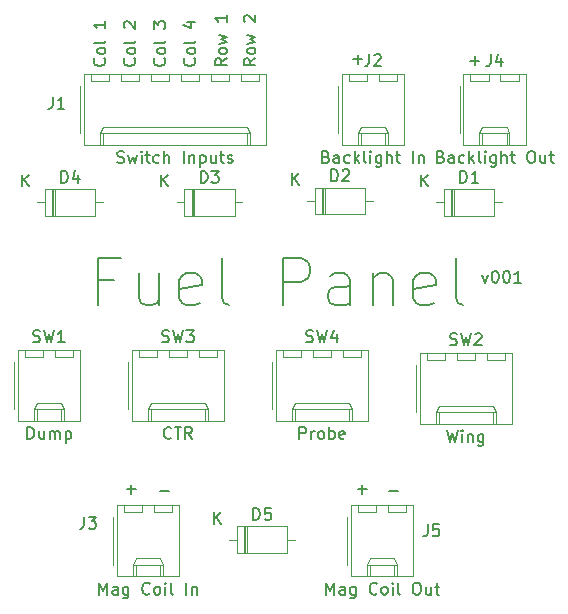
<source format=gbr>
G04 #@! TF.GenerationSoftware,KiCad,Pcbnew,(5.1.5-0-10_14)*
G04 #@! TF.CreationDate,2021-03-15T05:56:14+10:00*
G04 #@! TF.ProjectId,OH - Left Console 5 - Fuel Panel,4f48202d-204c-4656-9674-20436f6e736f,rev?*
G04 #@! TF.SameCoordinates,Original*
G04 #@! TF.FileFunction,Legend,Top*
G04 #@! TF.FilePolarity,Positive*
%FSLAX46Y46*%
G04 Gerber Fmt 4.6, Leading zero omitted, Abs format (unit mm)*
G04 Created by KiCad (PCBNEW (5.1.5-0-10_14)) date 2021-03-15 05:56:14*
%MOMM*%
%LPD*%
G04 APERTURE LIST*
%ADD10C,0.150000*%
%ADD11C,0.120000*%
G04 APERTURE END LIST*
D10*
X130937047Y-92273428D02*
X131698952Y-92273428D01*
X111506047Y-92273428D02*
X112267952Y-92273428D01*
X119578380Y-55625809D02*
X119102190Y-55959142D01*
X119578380Y-56197238D02*
X118578380Y-56197238D01*
X118578380Y-55816285D01*
X118626000Y-55721047D01*
X118673619Y-55673428D01*
X118768857Y-55625809D01*
X118911714Y-55625809D01*
X119006952Y-55673428D01*
X119054571Y-55721047D01*
X119102190Y-55816285D01*
X119102190Y-56197238D01*
X119578380Y-55054380D02*
X119530761Y-55149619D01*
X119483142Y-55197238D01*
X119387904Y-55244857D01*
X119102190Y-55244857D01*
X119006952Y-55197238D01*
X118959333Y-55149619D01*
X118911714Y-55054380D01*
X118911714Y-54911523D01*
X118959333Y-54816285D01*
X119006952Y-54768666D01*
X119102190Y-54721047D01*
X119387904Y-54721047D01*
X119483142Y-54768666D01*
X119530761Y-54816285D01*
X119578380Y-54911523D01*
X119578380Y-55054380D01*
X118911714Y-54387714D02*
X119578380Y-54197238D01*
X119102190Y-54006761D01*
X119578380Y-53816285D01*
X118911714Y-53625809D01*
X118673619Y-52530571D02*
X118626000Y-52482952D01*
X118578380Y-52387714D01*
X118578380Y-52149619D01*
X118626000Y-52054380D01*
X118673619Y-52006761D01*
X118768857Y-51959142D01*
X118864095Y-51959142D01*
X119006952Y-52006761D01*
X119578380Y-52578190D01*
X119578380Y-51959142D01*
X117165380Y-55625809D02*
X116689190Y-55959142D01*
X117165380Y-56197238D02*
X116165380Y-56197238D01*
X116165380Y-55816285D01*
X116213000Y-55721047D01*
X116260619Y-55673428D01*
X116355857Y-55625809D01*
X116498714Y-55625809D01*
X116593952Y-55673428D01*
X116641571Y-55721047D01*
X116689190Y-55816285D01*
X116689190Y-56197238D01*
X117165380Y-55054380D02*
X117117761Y-55149619D01*
X117070142Y-55197238D01*
X116974904Y-55244857D01*
X116689190Y-55244857D01*
X116593952Y-55197238D01*
X116546333Y-55149619D01*
X116498714Y-55054380D01*
X116498714Y-54911523D01*
X116546333Y-54816285D01*
X116593952Y-54768666D01*
X116689190Y-54721047D01*
X116974904Y-54721047D01*
X117070142Y-54768666D01*
X117117761Y-54816285D01*
X117165380Y-54911523D01*
X117165380Y-55054380D01*
X116498714Y-54387714D02*
X117165380Y-54197238D01*
X116689190Y-54006761D01*
X117165380Y-53816285D01*
X116498714Y-53625809D01*
X117165380Y-51959142D02*
X117165380Y-52530571D01*
X117165380Y-52244857D02*
X116165380Y-52244857D01*
X116308238Y-52340095D01*
X116403476Y-52435333D01*
X116451095Y-52530571D01*
X114403142Y-55625809D02*
X114450761Y-55673428D01*
X114498380Y-55816285D01*
X114498380Y-55911524D01*
X114450761Y-56054381D01*
X114355523Y-56149619D01*
X114260285Y-56197238D01*
X114069809Y-56244857D01*
X113926952Y-56244857D01*
X113736476Y-56197238D01*
X113641238Y-56149619D01*
X113546000Y-56054381D01*
X113498380Y-55911524D01*
X113498380Y-55816285D01*
X113546000Y-55673428D01*
X113593619Y-55625809D01*
X114498380Y-55054381D02*
X114450761Y-55149619D01*
X114403142Y-55197238D01*
X114307904Y-55244857D01*
X114022190Y-55244857D01*
X113926952Y-55197238D01*
X113879333Y-55149619D01*
X113831714Y-55054381D01*
X113831714Y-54911524D01*
X113879333Y-54816285D01*
X113926952Y-54768666D01*
X114022190Y-54721047D01*
X114307904Y-54721047D01*
X114403142Y-54768666D01*
X114450761Y-54816285D01*
X114498380Y-54911524D01*
X114498380Y-55054381D01*
X114498380Y-54149619D02*
X114450761Y-54244857D01*
X114355523Y-54292476D01*
X113498380Y-54292476D01*
X113831714Y-52578190D02*
X114498380Y-52578190D01*
X113450761Y-52816285D02*
X114165047Y-53054381D01*
X114165047Y-52435333D01*
X111863142Y-55625809D02*
X111910761Y-55673428D01*
X111958380Y-55816285D01*
X111958380Y-55911524D01*
X111910761Y-56054381D01*
X111815523Y-56149619D01*
X111720285Y-56197238D01*
X111529809Y-56244857D01*
X111386952Y-56244857D01*
X111196476Y-56197238D01*
X111101238Y-56149619D01*
X111006000Y-56054381D01*
X110958380Y-55911524D01*
X110958380Y-55816285D01*
X111006000Y-55673428D01*
X111053619Y-55625809D01*
X111958380Y-55054381D02*
X111910761Y-55149619D01*
X111863142Y-55197238D01*
X111767904Y-55244857D01*
X111482190Y-55244857D01*
X111386952Y-55197238D01*
X111339333Y-55149619D01*
X111291714Y-55054381D01*
X111291714Y-54911524D01*
X111339333Y-54816285D01*
X111386952Y-54768666D01*
X111482190Y-54721047D01*
X111767904Y-54721047D01*
X111863142Y-54768666D01*
X111910761Y-54816285D01*
X111958380Y-54911524D01*
X111958380Y-55054381D01*
X111958380Y-54149619D02*
X111910761Y-54244857D01*
X111815523Y-54292476D01*
X110958380Y-54292476D01*
X110958380Y-53102000D02*
X110958380Y-52482952D01*
X111339333Y-52816285D01*
X111339333Y-52673428D01*
X111386952Y-52578190D01*
X111434571Y-52530571D01*
X111529809Y-52482952D01*
X111767904Y-52482952D01*
X111863142Y-52530571D01*
X111910761Y-52578190D01*
X111958380Y-52673428D01*
X111958380Y-52959143D01*
X111910761Y-53054381D01*
X111863142Y-53102000D01*
X109323142Y-55625809D02*
X109370761Y-55673428D01*
X109418380Y-55816285D01*
X109418380Y-55911524D01*
X109370761Y-56054381D01*
X109275523Y-56149619D01*
X109180285Y-56197238D01*
X108989809Y-56244857D01*
X108846952Y-56244857D01*
X108656476Y-56197238D01*
X108561238Y-56149619D01*
X108466000Y-56054381D01*
X108418380Y-55911524D01*
X108418380Y-55816285D01*
X108466000Y-55673428D01*
X108513619Y-55625809D01*
X109418380Y-55054381D02*
X109370761Y-55149619D01*
X109323142Y-55197238D01*
X109227904Y-55244857D01*
X108942190Y-55244857D01*
X108846952Y-55197238D01*
X108799333Y-55149619D01*
X108751714Y-55054381D01*
X108751714Y-54911524D01*
X108799333Y-54816285D01*
X108846952Y-54768666D01*
X108942190Y-54721047D01*
X109227904Y-54721047D01*
X109323142Y-54768666D01*
X109370761Y-54816285D01*
X109418380Y-54911524D01*
X109418380Y-55054381D01*
X109418380Y-54149619D02*
X109370761Y-54244857D01*
X109275523Y-54292476D01*
X108418380Y-54292476D01*
X108513619Y-53054381D02*
X108466000Y-53006762D01*
X108418380Y-52911524D01*
X108418380Y-52673428D01*
X108466000Y-52578190D01*
X108513619Y-52530571D01*
X108608857Y-52482952D01*
X108704095Y-52482952D01*
X108846952Y-52530571D01*
X109418380Y-53102000D01*
X109418380Y-52482952D01*
X106783142Y-55625809D02*
X106830761Y-55673428D01*
X106878380Y-55816285D01*
X106878380Y-55911524D01*
X106830761Y-56054381D01*
X106735523Y-56149619D01*
X106640285Y-56197238D01*
X106449809Y-56244857D01*
X106306952Y-56244857D01*
X106116476Y-56197238D01*
X106021238Y-56149619D01*
X105926000Y-56054381D01*
X105878380Y-55911524D01*
X105878380Y-55816285D01*
X105926000Y-55673428D01*
X105973619Y-55625809D01*
X106878380Y-55054381D02*
X106830761Y-55149619D01*
X106783142Y-55197238D01*
X106687904Y-55244857D01*
X106402190Y-55244857D01*
X106306952Y-55197238D01*
X106259333Y-55149619D01*
X106211714Y-55054381D01*
X106211714Y-54911524D01*
X106259333Y-54816285D01*
X106306952Y-54768666D01*
X106402190Y-54721047D01*
X106687904Y-54721047D01*
X106783142Y-54768666D01*
X106830761Y-54816285D01*
X106878380Y-54911524D01*
X106878380Y-55054381D01*
X106878380Y-54149619D02*
X106830761Y-54244857D01*
X106735523Y-54292476D01*
X105878380Y-54292476D01*
X106878380Y-52482952D02*
X106878380Y-53054381D01*
X106878380Y-52768666D02*
X105878380Y-52768666D01*
X106021238Y-52863905D01*
X106116476Y-52959143D01*
X106164095Y-53054381D01*
X108712047Y-92113428D02*
X109473952Y-92113428D01*
X109093000Y-92494380D02*
X109093000Y-91732476D01*
X128270047Y-92113428D02*
X129031952Y-92113428D01*
X128651000Y-92494380D02*
X128651000Y-91732476D01*
X137795047Y-55824428D02*
X138556952Y-55824428D01*
X138176000Y-56205380D02*
X138176000Y-55443476D01*
X127889047Y-55697428D02*
X128650952Y-55697428D01*
X128270000Y-56078380D02*
X128270000Y-55316476D01*
X138795333Y-73953714D02*
X139033428Y-74620380D01*
X139271523Y-73953714D01*
X139842952Y-73620380D02*
X139938190Y-73620380D01*
X140033428Y-73668000D01*
X140081047Y-73715619D01*
X140128666Y-73810857D01*
X140176285Y-74001333D01*
X140176285Y-74239428D01*
X140128666Y-74429904D01*
X140081047Y-74525142D01*
X140033428Y-74572761D01*
X139938190Y-74620380D01*
X139842952Y-74620380D01*
X139747714Y-74572761D01*
X139700095Y-74525142D01*
X139652476Y-74429904D01*
X139604857Y-74239428D01*
X139604857Y-74001333D01*
X139652476Y-73810857D01*
X139700095Y-73715619D01*
X139747714Y-73668000D01*
X139842952Y-73620380D01*
X140795333Y-73620380D02*
X140890571Y-73620380D01*
X140985809Y-73668000D01*
X141033428Y-73715619D01*
X141081047Y-73810857D01*
X141128666Y-74001333D01*
X141128666Y-74239428D01*
X141081047Y-74429904D01*
X141033428Y-74525142D01*
X140985809Y-74572761D01*
X140890571Y-74620380D01*
X140795333Y-74620380D01*
X140700095Y-74572761D01*
X140652476Y-74525142D01*
X140604857Y-74429904D01*
X140557238Y-74239428D01*
X140557238Y-74001333D01*
X140604857Y-73810857D01*
X140652476Y-73715619D01*
X140700095Y-73668000D01*
X140795333Y-73620380D01*
X142081047Y-74620380D02*
X141509619Y-74620380D01*
X141795333Y-74620380D02*
X141795333Y-73620380D01*
X141700095Y-73763238D01*
X141604857Y-73858476D01*
X141509619Y-73906095D01*
X107634238Y-74390285D02*
X106300904Y-74390285D01*
X106300904Y-76485523D02*
X106300904Y-72485523D01*
X108205666Y-72485523D01*
X111443761Y-73818857D02*
X111443761Y-76485523D01*
X109729476Y-73818857D02*
X109729476Y-75914095D01*
X109919952Y-76295047D01*
X110300904Y-76485523D01*
X110872333Y-76485523D01*
X111253285Y-76295047D01*
X111443761Y-76104571D01*
X114872333Y-76295047D02*
X114491380Y-76485523D01*
X113729476Y-76485523D01*
X113348523Y-76295047D01*
X113158047Y-75914095D01*
X113158047Y-74390285D01*
X113348523Y-74009333D01*
X113729476Y-73818857D01*
X114491380Y-73818857D01*
X114872333Y-74009333D01*
X115062809Y-74390285D01*
X115062809Y-74771238D01*
X113158047Y-75152190D01*
X117348523Y-76485523D02*
X116967571Y-76295047D01*
X116777095Y-75914095D01*
X116777095Y-72485523D01*
X121919952Y-76485523D02*
X121919952Y-72485523D01*
X123443761Y-72485523D01*
X123824714Y-72676000D01*
X124015190Y-72866476D01*
X124205666Y-73247428D01*
X124205666Y-73818857D01*
X124015190Y-74199809D01*
X123824714Y-74390285D01*
X123443761Y-74580761D01*
X121919952Y-74580761D01*
X127634238Y-76485523D02*
X127634238Y-74390285D01*
X127443761Y-74009333D01*
X127062809Y-73818857D01*
X126300904Y-73818857D01*
X125919952Y-74009333D01*
X127634238Y-76295047D02*
X127253285Y-76485523D01*
X126300904Y-76485523D01*
X125919952Y-76295047D01*
X125729476Y-75914095D01*
X125729476Y-75533142D01*
X125919952Y-75152190D01*
X126300904Y-74961714D01*
X127253285Y-74961714D01*
X127634238Y-74771238D01*
X129539000Y-73818857D02*
X129539000Y-76485523D01*
X129539000Y-74199809D02*
X129729476Y-74009333D01*
X130110428Y-73818857D01*
X130681857Y-73818857D01*
X131062809Y-74009333D01*
X131253285Y-74390285D01*
X131253285Y-76485523D01*
X134681857Y-76295047D02*
X134300904Y-76485523D01*
X133539000Y-76485523D01*
X133158047Y-76295047D01*
X132967571Y-75914095D01*
X132967571Y-74390285D01*
X133158047Y-74009333D01*
X133539000Y-73818857D01*
X134300904Y-73818857D01*
X134681857Y-74009333D01*
X134872333Y-74390285D01*
X134872333Y-74771238D01*
X132967571Y-75152190D01*
X137158047Y-76485523D02*
X136777095Y-76295047D01*
X136586619Y-75914095D01*
X136586619Y-72485523D01*
D11*
X119926000Y-57514000D02*
X119926000Y-56914000D01*
X118326000Y-57514000D02*
X119926000Y-57514000D01*
X118326000Y-56914000D02*
X118326000Y-57514000D01*
X117386000Y-57514000D02*
X117386000Y-56914000D01*
X115786000Y-57514000D02*
X117386000Y-57514000D01*
X115786000Y-56914000D02*
X115786000Y-57514000D01*
X114846000Y-57514000D02*
X114846000Y-56914000D01*
X113246000Y-57514000D02*
X114846000Y-57514000D01*
X113246000Y-56914000D02*
X113246000Y-57514000D01*
X112306000Y-57514000D02*
X112306000Y-56914000D01*
X110706000Y-57514000D02*
X112306000Y-57514000D01*
X110706000Y-56914000D02*
X110706000Y-57514000D01*
X109766000Y-57514000D02*
X109766000Y-56914000D01*
X108166000Y-57514000D02*
X109766000Y-57514000D01*
X108166000Y-56914000D02*
X108166000Y-57514000D01*
X107226000Y-57514000D02*
X107226000Y-56914000D01*
X105626000Y-57514000D02*
X107226000Y-57514000D01*
X105626000Y-56914000D02*
X105626000Y-57514000D01*
X118876000Y-62934000D02*
X118876000Y-61934000D01*
X106676000Y-62934000D02*
X106676000Y-61934000D01*
X118876000Y-61404000D02*
X119126000Y-61934000D01*
X106676000Y-61404000D02*
X118876000Y-61404000D01*
X106426000Y-61934000D02*
X106676000Y-61404000D01*
X119126000Y-61934000D02*
X119126000Y-62934000D01*
X106426000Y-61934000D02*
X119126000Y-61934000D01*
X106426000Y-62934000D02*
X106426000Y-61934000D01*
X104756000Y-57944000D02*
X104756000Y-61944000D01*
X120506000Y-56914000D02*
X105046000Y-56914000D01*
X120506000Y-62934000D02*
X120506000Y-56914000D01*
X105046000Y-62934000D02*
X120506000Y-62934000D01*
X105046000Y-56914000D02*
X105046000Y-62934000D01*
X132372000Y-94057000D02*
X132372000Y-93457000D01*
X130772000Y-94057000D02*
X132372000Y-94057000D01*
X130772000Y-93457000D02*
X130772000Y-94057000D01*
X129832000Y-94057000D02*
X129832000Y-93457000D01*
X128232000Y-94057000D02*
X129832000Y-94057000D01*
X128232000Y-93457000D02*
X128232000Y-94057000D01*
X131322000Y-99477000D02*
X131322000Y-98477000D01*
X129282000Y-99477000D02*
X129282000Y-98477000D01*
X131322000Y-97947000D02*
X131572000Y-98477000D01*
X129282000Y-97947000D02*
X131322000Y-97947000D01*
X129032000Y-98477000D02*
X129282000Y-97947000D01*
X131572000Y-98477000D02*
X131572000Y-99477000D01*
X129032000Y-98477000D02*
X131572000Y-98477000D01*
X129032000Y-99477000D02*
X129032000Y-98477000D01*
X127362000Y-94487000D02*
X127362000Y-98487000D01*
X132952000Y-93457000D02*
X127652000Y-93457000D01*
X132952000Y-99477000D02*
X132952000Y-93457000D01*
X127652000Y-99477000D02*
X132952000Y-99477000D01*
X127652000Y-93457000D02*
X127652000Y-99477000D01*
X112560000Y-94057000D02*
X112560000Y-93457000D01*
X110960000Y-94057000D02*
X112560000Y-94057000D01*
X110960000Y-93457000D02*
X110960000Y-94057000D01*
X110020000Y-94057000D02*
X110020000Y-93457000D01*
X108420000Y-94057000D02*
X110020000Y-94057000D01*
X108420000Y-93457000D02*
X108420000Y-94057000D01*
X111510000Y-99477000D02*
X111510000Y-98477000D01*
X109470000Y-99477000D02*
X109470000Y-98477000D01*
X111510000Y-97947000D02*
X111760000Y-98477000D01*
X109470000Y-97947000D02*
X111510000Y-97947000D01*
X109220000Y-98477000D02*
X109470000Y-97947000D01*
X111760000Y-98477000D02*
X111760000Y-99477000D01*
X109220000Y-98477000D02*
X111760000Y-98477000D01*
X109220000Y-99477000D02*
X109220000Y-98477000D01*
X107550000Y-94487000D02*
X107550000Y-98487000D01*
X113140000Y-93457000D02*
X107840000Y-93457000D01*
X113140000Y-99477000D02*
X113140000Y-93457000D01*
X107840000Y-99477000D02*
X113140000Y-99477000D01*
X107840000Y-93457000D02*
X107840000Y-99477000D01*
X118622000Y-95240000D02*
X118622000Y-97480000D01*
X118862000Y-95240000D02*
X118862000Y-97480000D01*
X118742000Y-95240000D02*
X118742000Y-97480000D01*
X122912000Y-96360000D02*
X122262000Y-96360000D01*
X117372000Y-96360000D02*
X118022000Y-96360000D01*
X122262000Y-95240000D02*
X118022000Y-95240000D01*
X122262000Y-97480000D02*
X122262000Y-95240000D01*
X118022000Y-97480000D02*
X122262000Y-97480000D01*
X118022000Y-95240000D02*
X118022000Y-97480000D01*
X116370000Y-80881000D02*
X116370000Y-80281000D01*
X114770000Y-80881000D02*
X116370000Y-80881000D01*
X114770000Y-80281000D02*
X114770000Y-80881000D01*
X113830000Y-80881000D02*
X113830000Y-80281000D01*
X112230000Y-80881000D02*
X113830000Y-80881000D01*
X112230000Y-80281000D02*
X112230000Y-80881000D01*
X111290000Y-80881000D02*
X111290000Y-80281000D01*
X109690000Y-80881000D02*
X111290000Y-80881000D01*
X109690000Y-80281000D02*
X109690000Y-80881000D01*
X115320000Y-86301000D02*
X115320000Y-85301000D01*
X110740000Y-86301000D02*
X110740000Y-85301000D01*
X115320000Y-84771000D02*
X115570000Y-85301000D01*
X110740000Y-84771000D02*
X115320000Y-84771000D01*
X110490000Y-85301000D02*
X110740000Y-84771000D01*
X115570000Y-85301000D02*
X115570000Y-86301000D01*
X110490000Y-85301000D02*
X115570000Y-85301000D01*
X110490000Y-86301000D02*
X110490000Y-85301000D01*
X108820000Y-81311000D02*
X108820000Y-85311000D01*
X116950000Y-80281000D02*
X109110000Y-80281000D01*
X116950000Y-86301000D02*
X116950000Y-80281000D01*
X109110000Y-86301000D02*
X116950000Y-86301000D01*
X109110000Y-80281000D02*
X109110000Y-86301000D01*
X140754000Y-81135000D02*
X140754000Y-80535000D01*
X139154000Y-81135000D02*
X140754000Y-81135000D01*
X139154000Y-80535000D02*
X139154000Y-81135000D01*
X138214000Y-81135000D02*
X138214000Y-80535000D01*
X136614000Y-81135000D02*
X138214000Y-81135000D01*
X136614000Y-80535000D02*
X136614000Y-81135000D01*
X135674000Y-81135000D02*
X135674000Y-80535000D01*
X134074000Y-81135000D02*
X135674000Y-81135000D01*
X134074000Y-80535000D02*
X134074000Y-81135000D01*
X139704000Y-86555000D02*
X139704000Y-85555000D01*
X135124000Y-86555000D02*
X135124000Y-85555000D01*
X139704000Y-85025000D02*
X139954000Y-85555000D01*
X135124000Y-85025000D02*
X139704000Y-85025000D01*
X134874000Y-85555000D02*
X135124000Y-85025000D01*
X139954000Y-85555000D02*
X139954000Y-86555000D01*
X134874000Y-85555000D02*
X139954000Y-85555000D01*
X134874000Y-86555000D02*
X134874000Y-85555000D01*
X133204000Y-81565000D02*
X133204000Y-85565000D01*
X141334000Y-80535000D02*
X133494000Y-80535000D01*
X141334000Y-86555000D02*
X141334000Y-80535000D01*
X133494000Y-86555000D02*
X141334000Y-86555000D01*
X133494000Y-80535000D02*
X133494000Y-86555000D01*
X104178000Y-80881000D02*
X104178000Y-80281000D01*
X102578000Y-80881000D02*
X104178000Y-80881000D01*
X102578000Y-80281000D02*
X102578000Y-80881000D01*
X101638000Y-80881000D02*
X101638000Y-80281000D01*
X100038000Y-80881000D02*
X101638000Y-80881000D01*
X100038000Y-80281000D02*
X100038000Y-80881000D01*
X103128000Y-86301000D02*
X103128000Y-85301000D01*
X101088000Y-86301000D02*
X101088000Y-85301000D01*
X103128000Y-84771000D02*
X103378000Y-85301000D01*
X101088000Y-84771000D02*
X103128000Y-84771000D01*
X100838000Y-85301000D02*
X101088000Y-84771000D01*
X103378000Y-85301000D02*
X103378000Y-86301000D01*
X100838000Y-85301000D02*
X103378000Y-85301000D01*
X100838000Y-86301000D02*
X100838000Y-85301000D01*
X99168000Y-81311000D02*
X99168000Y-85311000D01*
X104758000Y-80281000D02*
X99458000Y-80281000D01*
X104758000Y-86301000D02*
X104758000Y-80281000D01*
X99458000Y-86301000D02*
X104758000Y-86301000D01*
X99458000Y-80281000D02*
X99458000Y-86301000D01*
X128562000Y-80881000D02*
X128562000Y-80281000D01*
X126962000Y-80881000D02*
X128562000Y-80881000D01*
X126962000Y-80281000D02*
X126962000Y-80881000D01*
X126022000Y-80881000D02*
X126022000Y-80281000D01*
X124422000Y-80881000D02*
X126022000Y-80881000D01*
X124422000Y-80281000D02*
X124422000Y-80881000D01*
X123482000Y-80881000D02*
X123482000Y-80281000D01*
X121882000Y-80881000D02*
X123482000Y-80881000D01*
X121882000Y-80281000D02*
X121882000Y-80881000D01*
X127512000Y-86301000D02*
X127512000Y-85301000D01*
X122932000Y-86301000D02*
X122932000Y-85301000D01*
X127512000Y-84771000D02*
X127762000Y-85301000D01*
X122932000Y-84771000D02*
X127512000Y-84771000D01*
X122682000Y-85301000D02*
X122932000Y-84771000D01*
X127762000Y-85301000D02*
X127762000Y-86301000D01*
X122682000Y-85301000D02*
X127762000Y-85301000D01*
X122682000Y-86301000D02*
X122682000Y-85301000D01*
X121012000Y-81311000D02*
X121012000Y-85311000D01*
X129142000Y-80281000D02*
X121302000Y-80281000D01*
X129142000Y-86301000D02*
X129142000Y-80281000D01*
X121302000Y-86301000D02*
X129142000Y-86301000D01*
X121302000Y-80281000D02*
X121302000Y-86301000D01*
X141897000Y-57514000D02*
X141897000Y-56914000D01*
X140297000Y-57514000D02*
X141897000Y-57514000D01*
X140297000Y-56914000D02*
X140297000Y-57514000D01*
X139357000Y-57514000D02*
X139357000Y-56914000D01*
X137757000Y-57514000D02*
X139357000Y-57514000D01*
X137757000Y-56914000D02*
X137757000Y-57514000D01*
X140847000Y-62934000D02*
X140847000Y-61934000D01*
X138807000Y-62934000D02*
X138807000Y-61934000D01*
X140847000Y-61404000D02*
X141097000Y-61934000D01*
X138807000Y-61404000D02*
X140847000Y-61404000D01*
X138557000Y-61934000D02*
X138807000Y-61404000D01*
X141097000Y-61934000D02*
X141097000Y-62934000D01*
X138557000Y-61934000D02*
X141097000Y-61934000D01*
X138557000Y-62934000D02*
X138557000Y-61934000D01*
X136887000Y-57944000D02*
X136887000Y-61944000D01*
X142477000Y-56914000D02*
X137177000Y-56914000D01*
X142477000Y-62934000D02*
X142477000Y-56914000D01*
X137177000Y-62934000D02*
X142477000Y-62934000D01*
X137177000Y-56914000D02*
X137177000Y-62934000D01*
X131610000Y-57514000D02*
X131610000Y-56914000D01*
X130010000Y-57514000D02*
X131610000Y-57514000D01*
X130010000Y-56914000D02*
X130010000Y-57514000D01*
X129070000Y-57514000D02*
X129070000Y-56914000D01*
X127470000Y-57514000D02*
X129070000Y-57514000D01*
X127470000Y-56914000D02*
X127470000Y-57514000D01*
X130560000Y-62934000D02*
X130560000Y-61934000D01*
X128520000Y-62934000D02*
X128520000Y-61934000D01*
X130560000Y-61404000D02*
X130810000Y-61934000D01*
X128520000Y-61404000D02*
X130560000Y-61404000D01*
X128270000Y-61934000D02*
X128520000Y-61404000D01*
X130810000Y-61934000D02*
X130810000Y-62934000D01*
X128270000Y-61934000D02*
X130810000Y-61934000D01*
X128270000Y-62934000D02*
X128270000Y-61934000D01*
X126600000Y-57944000D02*
X126600000Y-61944000D01*
X132190000Y-56914000D02*
X126890000Y-56914000D01*
X132190000Y-62934000D02*
X132190000Y-56914000D01*
X126890000Y-62934000D02*
X132190000Y-62934000D01*
X126890000Y-56914000D02*
X126890000Y-62934000D01*
X102366000Y-66698000D02*
X102366000Y-68938000D01*
X102606000Y-66698000D02*
X102606000Y-68938000D01*
X102486000Y-66698000D02*
X102486000Y-68938000D01*
X106656000Y-67818000D02*
X106006000Y-67818000D01*
X101116000Y-67818000D02*
X101766000Y-67818000D01*
X106006000Y-66698000D02*
X101766000Y-66698000D01*
X106006000Y-68938000D02*
X106006000Y-66698000D01*
X101766000Y-68938000D02*
X106006000Y-68938000D01*
X101766000Y-66698000D02*
X101766000Y-68938000D01*
X114177000Y-66698000D02*
X114177000Y-68938000D01*
X114417000Y-66698000D02*
X114417000Y-68938000D01*
X114297000Y-66698000D02*
X114297000Y-68938000D01*
X118467000Y-67818000D02*
X117817000Y-67818000D01*
X112927000Y-67818000D02*
X113577000Y-67818000D01*
X117817000Y-66698000D02*
X113577000Y-66698000D01*
X117817000Y-68938000D02*
X117817000Y-66698000D01*
X113577000Y-68938000D02*
X117817000Y-68938000D01*
X113577000Y-66698000D02*
X113577000Y-68938000D01*
X125226000Y-66571000D02*
X125226000Y-68811000D01*
X125466000Y-66571000D02*
X125466000Y-68811000D01*
X125346000Y-66571000D02*
X125346000Y-68811000D01*
X129516000Y-67691000D02*
X128866000Y-67691000D01*
X123976000Y-67691000D02*
X124626000Y-67691000D01*
X128866000Y-66571000D02*
X124626000Y-66571000D01*
X128866000Y-68811000D02*
X128866000Y-66571000D01*
X124626000Y-68811000D02*
X128866000Y-68811000D01*
X124626000Y-66571000D02*
X124626000Y-68811000D01*
X136148000Y-66698000D02*
X136148000Y-68938000D01*
X136388000Y-66698000D02*
X136388000Y-68938000D01*
X136268000Y-66698000D02*
X136268000Y-68938000D01*
X140438000Y-67818000D02*
X139788000Y-67818000D01*
X134898000Y-67818000D02*
X135548000Y-67818000D01*
X139788000Y-66698000D02*
X135548000Y-66698000D01*
X139788000Y-68938000D02*
X139788000Y-66698000D01*
X135548000Y-68938000D02*
X139788000Y-68938000D01*
X135548000Y-66698000D02*
X135548000Y-68938000D01*
D10*
X102409666Y-58888380D02*
X102409666Y-59602666D01*
X102362047Y-59745523D01*
X102266809Y-59840761D01*
X102123952Y-59888380D01*
X102028714Y-59888380D01*
X103409666Y-59888380D02*
X102838238Y-59888380D01*
X103123952Y-59888380D02*
X103123952Y-58888380D01*
X103028714Y-59031238D01*
X102933476Y-59126476D01*
X102838238Y-59174095D01*
X107895047Y-64428761D02*
X108037904Y-64476380D01*
X108276000Y-64476380D01*
X108371238Y-64428761D01*
X108418857Y-64381142D01*
X108466476Y-64285904D01*
X108466476Y-64190666D01*
X108418857Y-64095428D01*
X108371238Y-64047809D01*
X108276000Y-64000190D01*
X108085523Y-63952571D01*
X107990285Y-63904952D01*
X107942666Y-63857333D01*
X107895047Y-63762095D01*
X107895047Y-63666857D01*
X107942666Y-63571619D01*
X107990285Y-63524000D01*
X108085523Y-63476380D01*
X108323619Y-63476380D01*
X108466476Y-63524000D01*
X108799809Y-63809714D02*
X108990285Y-64476380D01*
X109180761Y-64000190D01*
X109371238Y-64476380D01*
X109561714Y-63809714D01*
X109942666Y-64476380D02*
X109942666Y-63809714D01*
X109942666Y-63476380D02*
X109895047Y-63524000D01*
X109942666Y-63571619D01*
X109990285Y-63524000D01*
X109942666Y-63476380D01*
X109942666Y-63571619D01*
X110276000Y-63809714D02*
X110656952Y-63809714D01*
X110418857Y-63476380D02*
X110418857Y-64333523D01*
X110466476Y-64428761D01*
X110561714Y-64476380D01*
X110656952Y-64476380D01*
X111418857Y-64428761D02*
X111323619Y-64476380D01*
X111133142Y-64476380D01*
X111037904Y-64428761D01*
X110990285Y-64381142D01*
X110942666Y-64285904D01*
X110942666Y-64000190D01*
X110990285Y-63904952D01*
X111037904Y-63857333D01*
X111133142Y-63809714D01*
X111323619Y-63809714D01*
X111418857Y-63857333D01*
X111847428Y-64476380D02*
X111847428Y-63476380D01*
X112276000Y-64476380D02*
X112276000Y-63952571D01*
X112228380Y-63857333D01*
X112133142Y-63809714D01*
X111990285Y-63809714D01*
X111895047Y-63857333D01*
X111847428Y-63904952D01*
X113514095Y-64476380D02*
X113514095Y-63476380D01*
X113990285Y-63809714D02*
X113990285Y-64476380D01*
X113990285Y-63904952D02*
X114037904Y-63857333D01*
X114133142Y-63809714D01*
X114276000Y-63809714D01*
X114371238Y-63857333D01*
X114418857Y-63952571D01*
X114418857Y-64476380D01*
X114895047Y-63809714D02*
X114895047Y-64809714D01*
X114895047Y-63857333D02*
X114990285Y-63809714D01*
X115180761Y-63809714D01*
X115276000Y-63857333D01*
X115323619Y-63904952D01*
X115371238Y-64000190D01*
X115371238Y-64285904D01*
X115323619Y-64381142D01*
X115276000Y-64428761D01*
X115180761Y-64476380D01*
X114990285Y-64476380D01*
X114895047Y-64428761D01*
X116228380Y-63809714D02*
X116228380Y-64476380D01*
X115799809Y-63809714D02*
X115799809Y-64333523D01*
X115847428Y-64428761D01*
X115942666Y-64476380D01*
X116085523Y-64476380D01*
X116180761Y-64428761D01*
X116228380Y-64381142D01*
X116561714Y-63809714D02*
X116942666Y-63809714D01*
X116704571Y-63476380D02*
X116704571Y-64333523D01*
X116752190Y-64428761D01*
X116847428Y-64476380D01*
X116942666Y-64476380D01*
X117228380Y-64428761D02*
X117323619Y-64476380D01*
X117514095Y-64476380D01*
X117609333Y-64428761D01*
X117656952Y-64333523D01*
X117656952Y-64285904D01*
X117609333Y-64190666D01*
X117514095Y-64143047D01*
X117371238Y-64143047D01*
X117276000Y-64095428D01*
X117228380Y-64000190D01*
X117228380Y-63952571D01*
X117276000Y-63857333D01*
X117371238Y-63809714D01*
X117514095Y-63809714D01*
X117609333Y-63857333D01*
X134159666Y-95083380D02*
X134159666Y-95797666D01*
X134112047Y-95940523D01*
X134016809Y-96035761D01*
X133873952Y-96083380D01*
X133778714Y-96083380D01*
X135112047Y-95083380D02*
X134635857Y-95083380D01*
X134588238Y-95559571D01*
X134635857Y-95511952D01*
X134731095Y-95464333D01*
X134969190Y-95464333D01*
X135064428Y-95511952D01*
X135112047Y-95559571D01*
X135159666Y-95654809D01*
X135159666Y-95892904D01*
X135112047Y-95988142D01*
X135064428Y-96035761D01*
X134969190Y-96083380D01*
X134731095Y-96083380D01*
X134635857Y-96035761D01*
X134588238Y-95988142D01*
X125587714Y-101019380D02*
X125587714Y-100019380D01*
X125921047Y-100733666D01*
X126254380Y-100019380D01*
X126254380Y-101019380D01*
X127159142Y-101019380D02*
X127159142Y-100495571D01*
X127111523Y-100400333D01*
X127016285Y-100352714D01*
X126825809Y-100352714D01*
X126730571Y-100400333D01*
X127159142Y-100971761D02*
X127063904Y-101019380D01*
X126825809Y-101019380D01*
X126730571Y-100971761D01*
X126682952Y-100876523D01*
X126682952Y-100781285D01*
X126730571Y-100686047D01*
X126825809Y-100638428D01*
X127063904Y-100638428D01*
X127159142Y-100590809D01*
X128063904Y-100352714D02*
X128063904Y-101162238D01*
X128016285Y-101257476D01*
X127968666Y-101305095D01*
X127873428Y-101352714D01*
X127730571Y-101352714D01*
X127635333Y-101305095D01*
X128063904Y-100971761D02*
X127968666Y-101019380D01*
X127778190Y-101019380D01*
X127682952Y-100971761D01*
X127635333Y-100924142D01*
X127587714Y-100828904D01*
X127587714Y-100543190D01*
X127635333Y-100447952D01*
X127682952Y-100400333D01*
X127778190Y-100352714D01*
X127968666Y-100352714D01*
X128063904Y-100400333D01*
X129873428Y-100924142D02*
X129825809Y-100971761D01*
X129682952Y-101019380D01*
X129587714Y-101019380D01*
X129444857Y-100971761D01*
X129349619Y-100876523D01*
X129302000Y-100781285D01*
X129254380Y-100590809D01*
X129254380Y-100447952D01*
X129302000Y-100257476D01*
X129349619Y-100162238D01*
X129444857Y-100067000D01*
X129587714Y-100019380D01*
X129682952Y-100019380D01*
X129825809Y-100067000D01*
X129873428Y-100114619D01*
X130444857Y-101019380D02*
X130349619Y-100971761D01*
X130302000Y-100924142D01*
X130254380Y-100828904D01*
X130254380Y-100543190D01*
X130302000Y-100447952D01*
X130349619Y-100400333D01*
X130444857Y-100352714D01*
X130587714Y-100352714D01*
X130682952Y-100400333D01*
X130730571Y-100447952D01*
X130778190Y-100543190D01*
X130778190Y-100828904D01*
X130730571Y-100924142D01*
X130682952Y-100971761D01*
X130587714Y-101019380D01*
X130444857Y-101019380D01*
X131206761Y-101019380D02*
X131206761Y-100352714D01*
X131206761Y-100019380D02*
X131159142Y-100067000D01*
X131206761Y-100114619D01*
X131254380Y-100067000D01*
X131206761Y-100019380D01*
X131206761Y-100114619D01*
X131825809Y-101019380D02*
X131730571Y-100971761D01*
X131682952Y-100876523D01*
X131682952Y-100019380D01*
X133159142Y-100019380D02*
X133349619Y-100019380D01*
X133444857Y-100067000D01*
X133540095Y-100162238D01*
X133587714Y-100352714D01*
X133587714Y-100686047D01*
X133540095Y-100876523D01*
X133444857Y-100971761D01*
X133349619Y-101019380D01*
X133159142Y-101019380D01*
X133063904Y-100971761D01*
X132968666Y-100876523D01*
X132921047Y-100686047D01*
X132921047Y-100352714D01*
X132968666Y-100162238D01*
X133063904Y-100067000D01*
X133159142Y-100019380D01*
X134444857Y-100352714D02*
X134444857Y-101019380D01*
X134016285Y-100352714D02*
X134016285Y-100876523D01*
X134063904Y-100971761D01*
X134159142Y-101019380D01*
X134302000Y-101019380D01*
X134397238Y-100971761D01*
X134444857Y-100924142D01*
X134778190Y-100352714D02*
X135159142Y-100352714D01*
X134921047Y-100019380D02*
X134921047Y-100876523D01*
X134968666Y-100971761D01*
X135063904Y-101019380D01*
X135159142Y-101019380D01*
X105076666Y-94448380D02*
X105076666Y-95162666D01*
X105029047Y-95305523D01*
X104933809Y-95400761D01*
X104790952Y-95448380D01*
X104695714Y-95448380D01*
X105457619Y-94448380D02*
X106076666Y-94448380D01*
X105743333Y-94829333D01*
X105886190Y-94829333D01*
X105981428Y-94876952D01*
X106029047Y-94924571D01*
X106076666Y-95019809D01*
X106076666Y-95257904D01*
X106029047Y-95353142D01*
X105981428Y-95400761D01*
X105886190Y-95448380D01*
X105600476Y-95448380D01*
X105505238Y-95400761D01*
X105457619Y-95353142D01*
X106347142Y-101019380D02*
X106347142Y-100019380D01*
X106680476Y-100733666D01*
X107013809Y-100019380D01*
X107013809Y-101019380D01*
X107918571Y-101019380D02*
X107918571Y-100495571D01*
X107870952Y-100400333D01*
X107775714Y-100352714D01*
X107585238Y-100352714D01*
X107490000Y-100400333D01*
X107918571Y-100971761D02*
X107823333Y-101019380D01*
X107585238Y-101019380D01*
X107490000Y-100971761D01*
X107442380Y-100876523D01*
X107442380Y-100781285D01*
X107490000Y-100686047D01*
X107585238Y-100638428D01*
X107823333Y-100638428D01*
X107918571Y-100590809D01*
X108823333Y-100352714D02*
X108823333Y-101162238D01*
X108775714Y-101257476D01*
X108728095Y-101305095D01*
X108632857Y-101352714D01*
X108490000Y-101352714D01*
X108394761Y-101305095D01*
X108823333Y-100971761D02*
X108728095Y-101019380D01*
X108537619Y-101019380D01*
X108442380Y-100971761D01*
X108394761Y-100924142D01*
X108347142Y-100828904D01*
X108347142Y-100543190D01*
X108394761Y-100447952D01*
X108442380Y-100400333D01*
X108537619Y-100352714D01*
X108728095Y-100352714D01*
X108823333Y-100400333D01*
X110632857Y-100924142D02*
X110585238Y-100971761D01*
X110442380Y-101019380D01*
X110347142Y-101019380D01*
X110204285Y-100971761D01*
X110109047Y-100876523D01*
X110061428Y-100781285D01*
X110013809Y-100590809D01*
X110013809Y-100447952D01*
X110061428Y-100257476D01*
X110109047Y-100162238D01*
X110204285Y-100067000D01*
X110347142Y-100019380D01*
X110442380Y-100019380D01*
X110585238Y-100067000D01*
X110632857Y-100114619D01*
X111204285Y-101019380D02*
X111109047Y-100971761D01*
X111061428Y-100924142D01*
X111013809Y-100828904D01*
X111013809Y-100543190D01*
X111061428Y-100447952D01*
X111109047Y-100400333D01*
X111204285Y-100352714D01*
X111347142Y-100352714D01*
X111442380Y-100400333D01*
X111490000Y-100447952D01*
X111537619Y-100543190D01*
X111537619Y-100828904D01*
X111490000Y-100924142D01*
X111442380Y-100971761D01*
X111347142Y-101019380D01*
X111204285Y-101019380D01*
X111966190Y-101019380D02*
X111966190Y-100352714D01*
X111966190Y-100019380D02*
X111918571Y-100067000D01*
X111966190Y-100114619D01*
X112013809Y-100067000D01*
X111966190Y-100019380D01*
X111966190Y-100114619D01*
X112585238Y-101019380D02*
X112489999Y-100971761D01*
X112442380Y-100876523D01*
X112442380Y-100019380D01*
X113728095Y-101019380D02*
X113728095Y-100019380D01*
X114204285Y-100352714D02*
X114204285Y-101019380D01*
X114204285Y-100447952D02*
X114251904Y-100400333D01*
X114347142Y-100352714D01*
X114489999Y-100352714D01*
X114585238Y-100400333D01*
X114632857Y-100495571D01*
X114632857Y-101019380D01*
X119403904Y-94692380D02*
X119403904Y-93692380D01*
X119642000Y-93692380D01*
X119784857Y-93740000D01*
X119880095Y-93835238D01*
X119927714Y-93930476D01*
X119975333Y-94120952D01*
X119975333Y-94263809D01*
X119927714Y-94454285D01*
X119880095Y-94549523D01*
X119784857Y-94644761D01*
X119642000Y-94692380D01*
X119403904Y-94692380D01*
X120880095Y-93692380D02*
X120403904Y-93692380D01*
X120356285Y-94168571D01*
X120403904Y-94120952D01*
X120499142Y-94073333D01*
X120737238Y-94073333D01*
X120832476Y-94120952D01*
X120880095Y-94168571D01*
X120927714Y-94263809D01*
X120927714Y-94501904D01*
X120880095Y-94597142D01*
X120832476Y-94644761D01*
X120737238Y-94692380D01*
X120499142Y-94692380D01*
X120403904Y-94644761D01*
X120356285Y-94597142D01*
X116070095Y-95012380D02*
X116070095Y-94012380D01*
X116641523Y-95012380D02*
X116212952Y-94440952D01*
X116641523Y-94012380D02*
X116070095Y-94583809D01*
X111696666Y-79595761D02*
X111839523Y-79643380D01*
X112077619Y-79643380D01*
X112172857Y-79595761D01*
X112220476Y-79548142D01*
X112268095Y-79452904D01*
X112268095Y-79357666D01*
X112220476Y-79262428D01*
X112172857Y-79214809D01*
X112077619Y-79167190D01*
X111887142Y-79119571D01*
X111791904Y-79071952D01*
X111744285Y-79024333D01*
X111696666Y-78929095D01*
X111696666Y-78833857D01*
X111744285Y-78738619D01*
X111791904Y-78691000D01*
X111887142Y-78643380D01*
X112125238Y-78643380D01*
X112268095Y-78691000D01*
X112601428Y-78643380D02*
X112839523Y-79643380D01*
X113030000Y-78929095D01*
X113220476Y-79643380D01*
X113458571Y-78643380D01*
X113744285Y-78643380D02*
X114363333Y-78643380D01*
X114030000Y-79024333D01*
X114172857Y-79024333D01*
X114268095Y-79071952D01*
X114315714Y-79119571D01*
X114363333Y-79214809D01*
X114363333Y-79452904D01*
X114315714Y-79548142D01*
X114268095Y-79595761D01*
X114172857Y-79643380D01*
X113887142Y-79643380D01*
X113791904Y-79595761D01*
X113744285Y-79548142D01*
X112458571Y-87748142D02*
X112410952Y-87795761D01*
X112268095Y-87843380D01*
X112172857Y-87843380D01*
X112030000Y-87795761D01*
X111934761Y-87700523D01*
X111887142Y-87605285D01*
X111839523Y-87414809D01*
X111839523Y-87271952D01*
X111887142Y-87081476D01*
X111934761Y-86986238D01*
X112030000Y-86891000D01*
X112172857Y-86843380D01*
X112268095Y-86843380D01*
X112410952Y-86891000D01*
X112458571Y-86938619D01*
X112744285Y-86843380D02*
X113315714Y-86843380D01*
X113030000Y-87843380D02*
X113030000Y-86843380D01*
X114220476Y-87843380D02*
X113887142Y-87367190D01*
X113649047Y-87843380D02*
X113649047Y-86843380D01*
X114030000Y-86843380D01*
X114125238Y-86891000D01*
X114172857Y-86938619D01*
X114220476Y-87033857D01*
X114220476Y-87176714D01*
X114172857Y-87271952D01*
X114125238Y-87319571D01*
X114030000Y-87367190D01*
X113649047Y-87367190D01*
X136080666Y-79849761D02*
X136223523Y-79897380D01*
X136461619Y-79897380D01*
X136556857Y-79849761D01*
X136604476Y-79802142D01*
X136652095Y-79706904D01*
X136652095Y-79611666D01*
X136604476Y-79516428D01*
X136556857Y-79468809D01*
X136461619Y-79421190D01*
X136271142Y-79373571D01*
X136175904Y-79325952D01*
X136128285Y-79278333D01*
X136080666Y-79183095D01*
X136080666Y-79087857D01*
X136128285Y-78992619D01*
X136175904Y-78945000D01*
X136271142Y-78897380D01*
X136509238Y-78897380D01*
X136652095Y-78945000D01*
X136985428Y-78897380D02*
X137223523Y-79897380D01*
X137414000Y-79183095D01*
X137604476Y-79897380D01*
X137842571Y-78897380D01*
X138175904Y-78992619D02*
X138223523Y-78945000D01*
X138318761Y-78897380D01*
X138556857Y-78897380D01*
X138652095Y-78945000D01*
X138699714Y-78992619D01*
X138747333Y-79087857D01*
X138747333Y-79183095D01*
X138699714Y-79325952D01*
X138128285Y-79897380D01*
X138747333Y-79897380D01*
X135842571Y-87097380D02*
X136080666Y-88097380D01*
X136271142Y-87383095D01*
X136461619Y-88097380D01*
X136699714Y-87097380D01*
X137080666Y-88097380D02*
X137080666Y-87430714D01*
X137080666Y-87097380D02*
X137033047Y-87145000D01*
X137080666Y-87192619D01*
X137128285Y-87145000D01*
X137080666Y-87097380D01*
X137080666Y-87192619D01*
X137556857Y-87430714D02*
X137556857Y-88097380D01*
X137556857Y-87525952D02*
X137604476Y-87478333D01*
X137699714Y-87430714D01*
X137842571Y-87430714D01*
X137937809Y-87478333D01*
X137985428Y-87573571D01*
X137985428Y-88097380D01*
X138890190Y-87430714D02*
X138890190Y-88240238D01*
X138842571Y-88335476D01*
X138794952Y-88383095D01*
X138699714Y-88430714D01*
X138556857Y-88430714D01*
X138461619Y-88383095D01*
X138890190Y-88049761D02*
X138794952Y-88097380D01*
X138604476Y-88097380D01*
X138509238Y-88049761D01*
X138461619Y-88002142D01*
X138414000Y-87906904D01*
X138414000Y-87621190D01*
X138461619Y-87525952D01*
X138509238Y-87478333D01*
X138604476Y-87430714D01*
X138794952Y-87430714D01*
X138890190Y-87478333D01*
X100774666Y-79595761D02*
X100917523Y-79643380D01*
X101155619Y-79643380D01*
X101250857Y-79595761D01*
X101298476Y-79548142D01*
X101346095Y-79452904D01*
X101346095Y-79357666D01*
X101298476Y-79262428D01*
X101250857Y-79214809D01*
X101155619Y-79167190D01*
X100965142Y-79119571D01*
X100869904Y-79071952D01*
X100822285Y-79024333D01*
X100774666Y-78929095D01*
X100774666Y-78833857D01*
X100822285Y-78738619D01*
X100869904Y-78691000D01*
X100965142Y-78643380D01*
X101203238Y-78643380D01*
X101346095Y-78691000D01*
X101679428Y-78643380D02*
X101917523Y-79643380D01*
X102108000Y-78929095D01*
X102298476Y-79643380D01*
X102536571Y-78643380D01*
X103441333Y-79643380D02*
X102869904Y-79643380D01*
X103155619Y-79643380D02*
X103155619Y-78643380D01*
X103060380Y-78786238D01*
X102965142Y-78881476D01*
X102869904Y-78929095D01*
X100274666Y-87843380D02*
X100274666Y-86843380D01*
X100512761Y-86843380D01*
X100655619Y-86891000D01*
X100750857Y-86986238D01*
X100798476Y-87081476D01*
X100846095Y-87271952D01*
X100846095Y-87414809D01*
X100798476Y-87605285D01*
X100750857Y-87700523D01*
X100655619Y-87795761D01*
X100512761Y-87843380D01*
X100274666Y-87843380D01*
X101703238Y-87176714D02*
X101703238Y-87843380D01*
X101274666Y-87176714D02*
X101274666Y-87700523D01*
X101322285Y-87795761D01*
X101417523Y-87843380D01*
X101560380Y-87843380D01*
X101655619Y-87795761D01*
X101703238Y-87748142D01*
X102179428Y-87843380D02*
X102179428Y-87176714D01*
X102179428Y-87271952D02*
X102227047Y-87224333D01*
X102322285Y-87176714D01*
X102465142Y-87176714D01*
X102560380Y-87224333D01*
X102608000Y-87319571D01*
X102608000Y-87843380D01*
X102608000Y-87319571D02*
X102655619Y-87224333D01*
X102750857Y-87176714D01*
X102893714Y-87176714D01*
X102988952Y-87224333D01*
X103036571Y-87319571D01*
X103036571Y-87843380D01*
X103512761Y-87176714D02*
X103512761Y-88176714D01*
X103512761Y-87224333D02*
X103608000Y-87176714D01*
X103798476Y-87176714D01*
X103893714Y-87224333D01*
X103941333Y-87271952D01*
X103988952Y-87367190D01*
X103988952Y-87652904D01*
X103941333Y-87748142D01*
X103893714Y-87795761D01*
X103798476Y-87843380D01*
X103608000Y-87843380D01*
X103512761Y-87795761D01*
X123888666Y-79595761D02*
X124031523Y-79643380D01*
X124269619Y-79643380D01*
X124364857Y-79595761D01*
X124412476Y-79548142D01*
X124460095Y-79452904D01*
X124460095Y-79357666D01*
X124412476Y-79262428D01*
X124364857Y-79214809D01*
X124269619Y-79167190D01*
X124079142Y-79119571D01*
X123983904Y-79071952D01*
X123936285Y-79024333D01*
X123888666Y-78929095D01*
X123888666Y-78833857D01*
X123936285Y-78738619D01*
X123983904Y-78691000D01*
X124079142Y-78643380D01*
X124317238Y-78643380D01*
X124460095Y-78691000D01*
X124793428Y-78643380D02*
X125031523Y-79643380D01*
X125222000Y-78929095D01*
X125412476Y-79643380D01*
X125650571Y-78643380D01*
X126460095Y-78976714D02*
X126460095Y-79643380D01*
X126222000Y-78595761D02*
X125983904Y-79310047D01*
X126602952Y-79310047D01*
X123317238Y-87843380D02*
X123317238Y-86843380D01*
X123698190Y-86843380D01*
X123793428Y-86891000D01*
X123841047Y-86938619D01*
X123888666Y-87033857D01*
X123888666Y-87176714D01*
X123841047Y-87271952D01*
X123793428Y-87319571D01*
X123698190Y-87367190D01*
X123317238Y-87367190D01*
X124317238Y-87843380D02*
X124317238Y-87176714D01*
X124317238Y-87367190D02*
X124364857Y-87271952D01*
X124412476Y-87224333D01*
X124507714Y-87176714D01*
X124602952Y-87176714D01*
X125079142Y-87843380D02*
X124983904Y-87795761D01*
X124936285Y-87748142D01*
X124888666Y-87652904D01*
X124888666Y-87367190D01*
X124936285Y-87271952D01*
X124983904Y-87224333D01*
X125079142Y-87176714D01*
X125222000Y-87176714D01*
X125317238Y-87224333D01*
X125364857Y-87271952D01*
X125412476Y-87367190D01*
X125412476Y-87652904D01*
X125364857Y-87748142D01*
X125317238Y-87795761D01*
X125222000Y-87843380D01*
X125079142Y-87843380D01*
X125841047Y-87843380D02*
X125841047Y-86843380D01*
X125841047Y-87224333D02*
X125936285Y-87176714D01*
X126126761Y-87176714D01*
X126222000Y-87224333D01*
X126269619Y-87271952D01*
X126317238Y-87367190D01*
X126317238Y-87652904D01*
X126269619Y-87748142D01*
X126222000Y-87795761D01*
X126126761Y-87843380D01*
X125936285Y-87843380D01*
X125841047Y-87795761D01*
X127126761Y-87795761D02*
X127031523Y-87843380D01*
X126841047Y-87843380D01*
X126745809Y-87795761D01*
X126698190Y-87700523D01*
X126698190Y-87319571D01*
X126745809Y-87224333D01*
X126841047Y-87176714D01*
X127031523Y-87176714D01*
X127126761Y-87224333D01*
X127174380Y-87319571D01*
X127174380Y-87414809D01*
X126698190Y-87510047D01*
X139493666Y-55276380D02*
X139493666Y-55990666D01*
X139446047Y-56133523D01*
X139350809Y-56228761D01*
X139207952Y-56276380D01*
X139112714Y-56276380D01*
X140398428Y-55609714D02*
X140398428Y-56276380D01*
X140160333Y-55228761D02*
X139922238Y-55943047D01*
X140541285Y-55943047D01*
X135279380Y-63952571D02*
X135422238Y-64000190D01*
X135469857Y-64047809D01*
X135517476Y-64143047D01*
X135517476Y-64285904D01*
X135469857Y-64381142D01*
X135422238Y-64428761D01*
X135327000Y-64476380D01*
X134946047Y-64476380D01*
X134946047Y-63476380D01*
X135279380Y-63476380D01*
X135374619Y-63524000D01*
X135422238Y-63571619D01*
X135469857Y-63666857D01*
X135469857Y-63762095D01*
X135422238Y-63857333D01*
X135374619Y-63904952D01*
X135279380Y-63952571D01*
X134946047Y-63952571D01*
X136374619Y-64476380D02*
X136374619Y-63952571D01*
X136327000Y-63857333D01*
X136231761Y-63809714D01*
X136041285Y-63809714D01*
X135946047Y-63857333D01*
X136374619Y-64428761D02*
X136279380Y-64476380D01*
X136041285Y-64476380D01*
X135946047Y-64428761D01*
X135898428Y-64333523D01*
X135898428Y-64238285D01*
X135946047Y-64143047D01*
X136041285Y-64095428D01*
X136279380Y-64095428D01*
X136374619Y-64047809D01*
X137279380Y-64428761D02*
X137184142Y-64476380D01*
X136993666Y-64476380D01*
X136898428Y-64428761D01*
X136850809Y-64381142D01*
X136803190Y-64285904D01*
X136803190Y-64000190D01*
X136850809Y-63904952D01*
X136898428Y-63857333D01*
X136993666Y-63809714D01*
X137184142Y-63809714D01*
X137279380Y-63857333D01*
X137707952Y-64476380D02*
X137707952Y-63476380D01*
X137803190Y-64095428D02*
X138088904Y-64476380D01*
X138088904Y-63809714D02*
X137707952Y-64190666D01*
X138660333Y-64476380D02*
X138565095Y-64428761D01*
X138517476Y-64333523D01*
X138517476Y-63476380D01*
X139041285Y-64476380D02*
X139041285Y-63809714D01*
X139041285Y-63476380D02*
X138993666Y-63524000D01*
X139041285Y-63571619D01*
X139088904Y-63524000D01*
X139041285Y-63476380D01*
X139041285Y-63571619D01*
X139946047Y-63809714D02*
X139946047Y-64619238D01*
X139898428Y-64714476D01*
X139850809Y-64762095D01*
X139755571Y-64809714D01*
X139612714Y-64809714D01*
X139517476Y-64762095D01*
X139946047Y-64428761D02*
X139850809Y-64476380D01*
X139660333Y-64476380D01*
X139565095Y-64428761D01*
X139517476Y-64381142D01*
X139469857Y-64285904D01*
X139469857Y-64000190D01*
X139517476Y-63904952D01*
X139565095Y-63857333D01*
X139660333Y-63809714D01*
X139850809Y-63809714D01*
X139946047Y-63857333D01*
X140422238Y-64476380D02*
X140422238Y-63476380D01*
X140850809Y-64476380D02*
X140850809Y-63952571D01*
X140803190Y-63857333D01*
X140707952Y-63809714D01*
X140565095Y-63809714D01*
X140469857Y-63857333D01*
X140422238Y-63904952D01*
X141184142Y-63809714D02*
X141565095Y-63809714D01*
X141327000Y-63476380D02*
X141327000Y-64333523D01*
X141374619Y-64428761D01*
X141469857Y-64476380D01*
X141565095Y-64476380D01*
X142850809Y-63476380D02*
X143041285Y-63476380D01*
X143136523Y-63524000D01*
X143231761Y-63619238D01*
X143279380Y-63809714D01*
X143279380Y-64143047D01*
X143231761Y-64333523D01*
X143136523Y-64428761D01*
X143041285Y-64476380D01*
X142850809Y-64476380D01*
X142755571Y-64428761D01*
X142660333Y-64333523D01*
X142612714Y-64143047D01*
X142612714Y-63809714D01*
X142660333Y-63619238D01*
X142755571Y-63524000D01*
X142850809Y-63476380D01*
X144136523Y-63809714D02*
X144136523Y-64476380D01*
X143707952Y-63809714D02*
X143707952Y-64333523D01*
X143755571Y-64428761D01*
X143850809Y-64476380D01*
X143993666Y-64476380D01*
X144088904Y-64428761D01*
X144136523Y-64381142D01*
X144469857Y-63809714D02*
X144850809Y-63809714D01*
X144612714Y-63476380D02*
X144612714Y-64333523D01*
X144660333Y-64428761D01*
X144755571Y-64476380D01*
X144850809Y-64476380D01*
X129206666Y-55276380D02*
X129206666Y-55990666D01*
X129159047Y-56133523D01*
X129063809Y-56228761D01*
X128920952Y-56276380D01*
X128825714Y-56276380D01*
X129635238Y-55371619D02*
X129682857Y-55324000D01*
X129778095Y-55276380D01*
X130016190Y-55276380D01*
X130111428Y-55324000D01*
X130159047Y-55371619D01*
X130206666Y-55466857D01*
X130206666Y-55562095D01*
X130159047Y-55704952D01*
X129587619Y-56276380D01*
X130206666Y-56276380D01*
X125563809Y-63952571D02*
X125706666Y-64000190D01*
X125754285Y-64047809D01*
X125801904Y-64143047D01*
X125801904Y-64285904D01*
X125754285Y-64381142D01*
X125706666Y-64428761D01*
X125611428Y-64476380D01*
X125230476Y-64476380D01*
X125230476Y-63476380D01*
X125563809Y-63476380D01*
X125659047Y-63524000D01*
X125706666Y-63571619D01*
X125754285Y-63666857D01*
X125754285Y-63762095D01*
X125706666Y-63857333D01*
X125659047Y-63904952D01*
X125563809Y-63952571D01*
X125230476Y-63952571D01*
X126659047Y-64476380D02*
X126659047Y-63952571D01*
X126611428Y-63857333D01*
X126516190Y-63809714D01*
X126325714Y-63809714D01*
X126230476Y-63857333D01*
X126659047Y-64428761D02*
X126563809Y-64476380D01*
X126325714Y-64476380D01*
X126230476Y-64428761D01*
X126182857Y-64333523D01*
X126182857Y-64238285D01*
X126230476Y-64143047D01*
X126325714Y-64095428D01*
X126563809Y-64095428D01*
X126659047Y-64047809D01*
X127563809Y-64428761D02*
X127468571Y-64476380D01*
X127278095Y-64476380D01*
X127182857Y-64428761D01*
X127135238Y-64381142D01*
X127087619Y-64285904D01*
X127087619Y-64000190D01*
X127135238Y-63904952D01*
X127182857Y-63857333D01*
X127278095Y-63809714D01*
X127468571Y-63809714D01*
X127563809Y-63857333D01*
X127992380Y-64476380D02*
X127992380Y-63476380D01*
X128087619Y-64095428D02*
X128373333Y-64476380D01*
X128373333Y-63809714D02*
X127992380Y-64190666D01*
X128944761Y-64476380D02*
X128849523Y-64428761D01*
X128801904Y-64333523D01*
X128801904Y-63476380D01*
X129325714Y-64476380D02*
X129325714Y-63809714D01*
X129325714Y-63476380D02*
X129278095Y-63524000D01*
X129325714Y-63571619D01*
X129373333Y-63524000D01*
X129325714Y-63476380D01*
X129325714Y-63571619D01*
X130230476Y-63809714D02*
X130230476Y-64619238D01*
X130182857Y-64714476D01*
X130135238Y-64762095D01*
X130040000Y-64809714D01*
X129897142Y-64809714D01*
X129801904Y-64762095D01*
X130230476Y-64428761D02*
X130135238Y-64476380D01*
X129944761Y-64476380D01*
X129849523Y-64428761D01*
X129801904Y-64381142D01*
X129754285Y-64285904D01*
X129754285Y-64000190D01*
X129801904Y-63904952D01*
X129849523Y-63857333D01*
X129944761Y-63809714D01*
X130135238Y-63809714D01*
X130230476Y-63857333D01*
X130706666Y-64476380D02*
X130706666Y-63476380D01*
X131135238Y-64476380D02*
X131135238Y-63952571D01*
X131087619Y-63857333D01*
X130992380Y-63809714D01*
X130849523Y-63809714D01*
X130754285Y-63857333D01*
X130706666Y-63904952D01*
X131468571Y-63809714D02*
X131849523Y-63809714D01*
X131611428Y-63476380D02*
X131611428Y-64333523D01*
X131659047Y-64428761D01*
X131754285Y-64476380D01*
X131849523Y-64476380D01*
X132944761Y-64476380D02*
X132944761Y-63476380D01*
X133420952Y-63809714D02*
X133420952Y-64476380D01*
X133420952Y-63904952D02*
X133468571Y-63857333D01*
X133563809Y-63809714D01*
X133706666Y-63809714D01*
X133801904Y-63857333D01*
X133849523Y-63952571D01*
X133849523Y-64476380D01*
X103147904Y-66150380D02*
X103147904Y-65150380D01*
X103386000Y-65150380D01*
X103528857Y-65198000D01*
X103624095Y-65293238D01*
X103671714Y-65388476D01*
X103719333Y-65578952D01*
X103719333Y-65721809D01*
X103671714Y-65912285D01*
X103624095Y-66007523D01*
X103528857Y-66102761D01*
X103386000Y-66150380D01*
X103147904Y-66150380D01*
X104576476Y-65483714D02*
X104576476Y-66150380D01*
X104338380Y-65102761D02*
X104100285Y-65817047D01*
X104719333Y-65817047D01*
X99814095Y-66470380D02*
X99814095Y-65470380D01*
X100385523Y-66470380D02*
X99956952Y-65898952D01*
X100385523Y-65470380D02*
X99814095Y-66041809D01*
X114958904Y-66150380D02*
X114958904Y-65150380D01*
X115197000Y-65150380D01*
X115339857Y-65198000D01*
X115435095Y-65293238D01*
X115482714Y-65388476D01*
X115530333Y-65578952D01*
X115530333Y-65721809D01*
X115482714Y-65912285D01*
X115435095Y-66007523D01*
X115339857Y-66102761D01*
X115197000Y-66150380D01*
X114958904Y-66150380D01*
X115863666Y-65150380D02*
X116482714Y-65150380D01*
X116149380Y-65531333D01*
X116292238Y-65531333D01*
X116387476Y-65578952D01*
X116435095Y-65626571D01*
X116482714Y-65721809D01*
X116482714Y-65959904D01*
X116435095Y-66055142D01*
X116387476Y-66102761D01*
X116292238Y-66150380D01*
X116006523Y-66150380D01*
X115911285Y-66102761D01*
X115863666Y-66055142D01*
X111625095Y-66470380D02*
X111625095Y-65470380D01*
X112196523Y-66470380D02*
X111767952Y-65898952D01*
X112196523Y-65470380D02*
X111625095Y-66041809D01*
X126007904Y-66023380D02*
X126007904Y-65023380D01*
X126246000Y-65023380D01*
X126388857Y-65071000D01*
X126484095Y-65166238D01*
X126531714Y-65261476D01*
X126579333Y-65451952D01*
X126579333Y-65594809D01*
X126531714Y-65785285D01*
X126484095Y-65880523D01*
X126388857Y-65975761D01*
X126246000Y-66023380D01*
X126007904Y-66023380D01*
X126960285Y-65118619D02*
X127007904Y-65071000D01*
X127103142Y-65023380D01*
X127341238Y-65023380D01*
X127436476Y-65071000D01*
X127484095Y-65118619D01*
X127531714Y-65213857D01*
X127531714Y-65309095D01*
X127484095Y-65451952D01*
X126912666Y-66023380D01*
X127531714Y-66023380D01*
X122674095Y-66343380D02*
X122674095Y-65343380D01*
X123245523Y-66343380D02*
X122816952Y-65771952D01*
X123245523Y-65343380D02*
X122674095Y-65914809D01*
X136929904Y-66150380D02*
X136929904Y-65150380D01*
X137168000Y-65150380D01*
X137310857Y-65198000D01*
X137406095Y-65293238D01*
X137453714Y-65388476D01*
X137501333Y-65578952D01*
X137501333Y-65721809D01*
X137453714Y-65912285D01*
X137406095Y-66007523D01*
X137310857Y-66102761D01*
X137168000Y-66150380D01*
X136929904Y-66150380D01*
X138453714Y-66150380D02*
X137882285Y-66150380D01*
X138168000Y-66150380D02*
X138168000Y-65150380D01*
X138072761Y-65293238D01*
X137977523Y-65388476D01*
X137882285Y-65436095D01*
X133596095Y-66470380D02*
X133596095Y-65470380D01*
X134167523Y-66470380D02*
X133738952Y-65898952D01*
X134167523Y-65470380D02*
X133596095Y-66041809D01*
M02*

</source>
